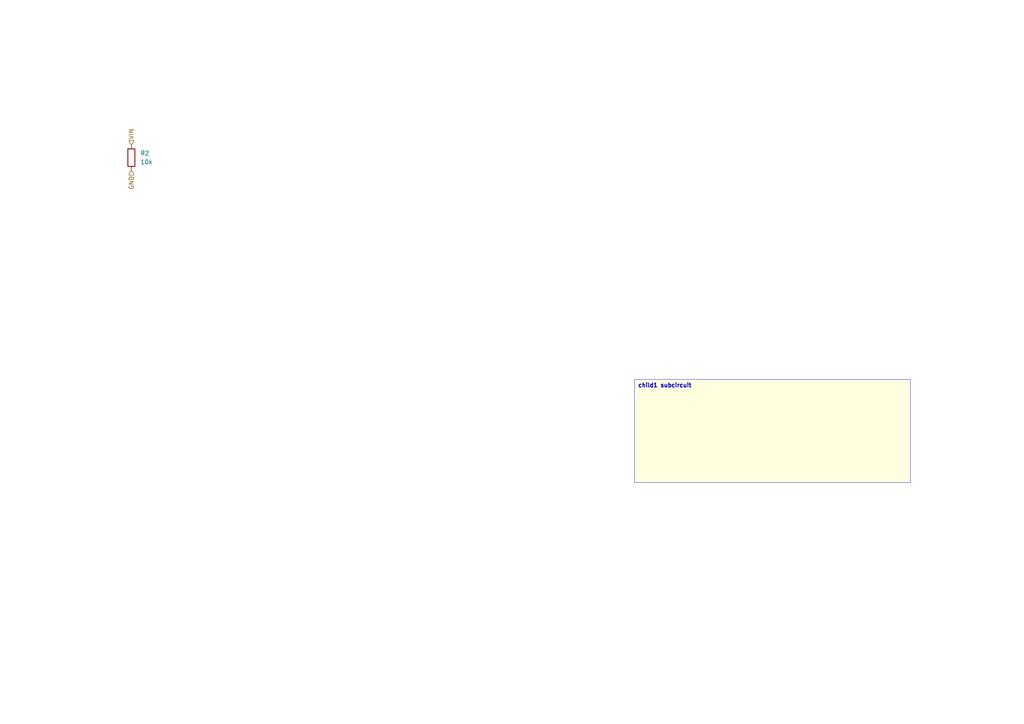
<source format=kicad_sch>
(kicad_sch (version 20250114) (generator "kicad_api") (generator_version 9.0)
  (paper A4)
  (paper A4)
  (lib_symbols
    (symbol "Device:R" (pin_numbers hide) (pin_names (offset 0.254))
      (property "Reference" "{'value': 'R', 'position': {'x': 2.032, 'y': 0.0, 'rotation': 90.0}, 'effects': {'font_size': [1.27, 1.27]}}" (at 0.0 0.0 0))
      (property "Value" "{'value': 'R', 'position': {'x': 0.0, 'y': 0.0, 'rotation': 90.0}, 'effects': {'font_size': [1.27, 1.27]}}" (at 0.0 0.0 0))
      (symbol "R_0_1"
        (rectangle (start -1.016 -2.54) (end 1.016 2.54) (stroke (width 0.254)))
      )
      (symbol "R_1_1"
        (pin passive line (at 0.0 3.81 270) (length 1.27) (name ~) (number "1"))
        (pin passive line (at 0.0 -3.81 90) (length 1.27) (name ~) (number "2"))
      )
    )
  )
  (title_block (title child1) (date 2025-08-02) (company Circuit-Synth))
  (symbol (lib_id Device:R) (at 38.1 45.72 0)
    (property "Reference" "R2" (at 40.64 44.449999999999996 0) (effects (justify left)))
    (property "Value" "10k" (at 40.64 46.99 0) (effects (justify left)))
    (property "Footprint" "Resistor_SMD:R_0603_1608Metric" (effects (hide yes)))
    (instances (project "circuit" (path "" (reference R2) (unit 1))) (project "03_dual_hierarchy_connected_generated" (path "" (reference R2) (unit 1))))
  )
  (hierarchical_label VIN (shape input) (at 38.1 41.91 90))
  (hierarchical_label GND (shape input) (at 38.1 49.53 270))
  (text_box "child1 subcircuit" (exclude_from_sim yes) (at 184.0 110.0 0) (size 80.0 30.0) (margins 1.0 1.0 1.0 1.0) (stroke (width 0.1)) (fill (type color) (color 255 255 224 1)) (effects (font (size 1.2 1.2) (thickness 0.254)) (justify left top)))
)
</source>
